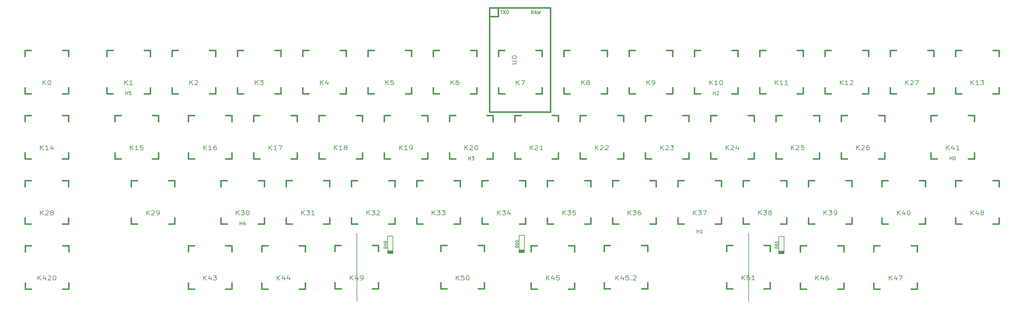
<source format=gto>
G04 #@! TF.GenerationSoftware,KiCad,Pcbnew,(5.0.0)*
G04 #@! TF.CreationDate,2019-08-23T11:13:26-06:00*
G04 #@! TF.ProjectId,CK50,434B35302E6B696361645F7063620000,rev?*
G04 #@! TF.SameCoordinates,Original*
G04 #@! TF.FileFunction,Legend,Top*
G04 #@! TF.FilePolarity,Positive*
%FSLAX46Y46*%
G04 Gerber Fmt 4.6, Leading zero omitted, Abs format (unit mm)*
G04 Created by KiCad (PCBNEW (5.0.0)) date 08/23/19 11:13:26*
%MOMM*%
%LPD*%
G01*
G04 APERTURE LIST*
%ADD10C,0.381000*%
%ADD11C,0.150000*%
%ADD12C,0.203200*%
G04 APERTURE END LIST*
D10*
G04 #@! TO.C,K51*
X385241800Y-163271200D02*
X385241800Y-161493200D01*
X385241800Y-174193200D02*
X385241800Y-172415200D01*
X387019800Y-174193200D02*
X385241800Y-174193200D01*
X397941800Y-174193200D02*
X396163800Y-174193200D01*
X397941800Y-172415200D02*
X397941800Y-174193200D01*
X397941800Y-161493200D02*
X397941800Y-163271200D01*
X396163800Y-161493200D02*
X397941800Y-161493200D01*
X385241800Y-161493200D02*
X387019800Y-161493200D01*
G04 #@! TO.C,K45.2*
X349529400Y-163296600D02*
X349529400Y-161518600D01*
X349529400Y-174218600D02*
X349529400Y-172440600D01*
X351307400Y-174218600D02*
X349529400Y-174218600D01*
X362229400Y-174218600D02*
X360451400Y-174218600D01*
X362229400Y-172440600D02*
X362229400Y-174218600D01*
X362229400Y-161518600D02*
X362229400Y-163296600D01*
X360451400Y-161518600D02*
X362229400Y-161518600D01*
X349529400Y-161518600D02*
X351307400Y-161518600D01*
G04 #@! TO.C,K50*
X301904400Y-163296600D02*
X301904400Y-161518600D01*
X301904400Y-174218600D02*
X301904400Y-172440600D01*
X303682400Y-174218600D02*
X301904400Y-174218600D01*
X314604400Y-174218600D02*
X312826400Y-174218600D01*
X314604400Y-172440600D02*
X314604400Y-174218600D01*
X314604400Y-161518600D02*
X314604400Y-163296600D01*
X312826400Y-161518600D02*
X314604400Y-161518600D01*
X301904400Y-161518600D02*
X303682400Y-161518600D01*
G04 #@! TO.C,K49*
X270967200Y-163296600D02*
X270967200Y-161518600D01*
X270967200Y-174218600D02*
X270967200Y-172440600D01*
X272745200Y-174218600D02*
X270967200Y-174218600D01*
X283667200Y-174218600D02*
X281889200Y-174218600D01*
X283667200Y-172440600D02*
X283667200Y-174218600D01*
X283667200Y-161518600D02*
X283667200Y-163296600D01*
X281889200Y-161518600D02*
X283667200Y-161518600D01*
X270967200Y-161518600D02*
X272745200Y-161518600D01*
G04 #@! TO.C,U0*
X318668400Y-94518480D02*
X316128400Y-94518480D01*
X318668400Y-91978480D02*
X318668400Y-94518480D01*
X333908400Y-122458480D02*
X333908400Y-91978480D01*
X316128400Y-122458480D02*
X333908400Y-122458480D01*
X316128400Y-91978480D02*
X316128400Y-122458480D01*
X333908400Y-91978480D02*
X316128400Y-91978480D01*
G04 #@! TO.C,K41*
X444896496Y-125206016D02*
X444896496Y-123428016D01*
X444896496Y-136128016D02*
X444896496Y-134350016D01*
X446674496Y-136128016D02*
X444896496Y-136128016D01*
X457596496Y-136128016D02*
X455818496Y-136128016D01*
X457596496Y-134350016D02*
X457596496Y-136128016D01*
X457596496Y-123428016D02*
X457596496Y-125206016D01*
X455818496Y-123428016D02*
X457596496Y-123428016D01*
X444896496Y-123428016D02*
X446674496Y-123428016D01*
G04 #@! TO.C,K26*
X418702768Y-125206016D02*
X418702768Y-123428016D01*
X418702768Y-136128016D02*
X418702768Y-134350016D01*
X420480768Y-136128016D02*
X418702768Y-136128016D01*
X431402768Y-136128016D02*
X429624768Y-136128016D01*
X431402768Y-134350016D02*
X431402768Y-136128016D01*
X431402768Y-123428016D02*
X431402768Y-125206016D01*
X429624768Y-123428016D02*
X431402768Y-123428016D01*
X418702768Y-123428016D02*
X420480768Y-123428016D01*
G04 #@! TO.C,K0*
X180578125Y-104378125D02*
X182356125Y-104378125D01*
X191500125Y-104378125D02*
X193278125Y-104378125D01*
X193278125Y-104378125D02*
X193278125Y-106156125D01*
X193278125Y-115300125D02*
X193278125Y-117078125D01*
X193278125Y-117078125D02*
X191500125Y-117078125D01*
X182356125Y-117078125D02*
X180578125Y-117078125D01*
X180578125Y-117078125D02*
X180578125Y-115300125D01*
X180578125Y-106156125D02*
X180578125Y-104378125D01*
G04 #@! TO.C,K1*
X204390448Y-104378032D02*
X206168448Y-104378032D01*
X215312448Y-104378032D02*
X217090448Y-104378032D01*
X217090448Y-104378032D02*
X217090448Y-106156032D01*
X217090448Y-115300032D02*
X217090448Y-117078032D01*
X217090448Y-117078032D02*
X215312448Y-117078032D01*
X206168448Y-117078032D02*
X204390448Y-117078032D01*
X204390448Y-117078032D02*
X204390448Y-115300032D01*
X204390448Y-106156032D02*
X204390448Y-104378032D01*
G04 #@! TO.C,K2*
X223440432Y-104378032D02*
X225218432Y-104378032D01*
X234362432Y-104378032D02*
X236140432Y-104378032D01*
X236140432Y-104378032D02*
X236140432Y-106156032D01*
X236140432Y-115300032D02*
X236140432Y-117078032D01*
X236140432Y-117078032D02*
X234362432Y-117078032D01*
X225218432Y-117078032D02*
X223440432Y-117078032D01*
X223440432Y-117078032D02*
X223440432Y-115300032D01*
X223440432Y-106156032D02*
X223440432Y-104378032D01*
G04 #@! TO.C,K3*
X242490416Y-104378032D02*
X244268416Y-104378032D01*
X253412416Y-104378032D02*
X255190416Y-104378032D01*
X255190416Y-104378032D02*
X255190416Y-106156032D01*
X255190416Y-115300032D02*
X255190416Y-117078032D01*
X255190416Y-117078032D02*
X253412416Y-117078032D01*
X244268416Y-117078032D02*
X242490416Y-117078032D01*
X242490416Y-117078032D02*
X242490416Y-115300032D01*
X242490416Y-106156032D02*
X242490416Y-104378032D01*
G04 #@! TO.C,K4*
X261540400Y-104378032D02*
X263318400Y-104378032D01*
X272462400Y-104378032D02*
X274240400Y-104378032D01*
X274240400Y-104378032D02*
X274240400Y-106156032D01*
X274240400Y-115300032D02*
X274240400Y-117078032D01*
X274240400Y-117078032D02*
X272462400Y-117078032D01*
X263318400Y-117078032D02*
X261540400Y-117078032D01*
X261540400Y-117078032D02*
X261540400Y-115300032D01*
X261540400Y-106156032D02*
X261540400Y-104378032D01*
G04 #@! TO.C,K5*
X280590384Y-106156032D02*
X280590384Y-104378032D01*
X280590384Y-117078032D02*
X280590384Y-115300032D01*
X282368384Y-117078032D02*
X280590384Y-117078032D01*
X293290384Y-117078032D02*
X291512384Y-117078032D01*
X293290384Y-115300032D02*
X293290384Y-117078032D01*
X293290384Y-104378032D02*
X293290384Y-106156032D01*
X291512384Y-104378032D02*
X293290384Y-104378032D01*
X280590384Y-104378032D02*
X282368384Y-104378032D01*
G04 #@! TO.C,K6*
X299640368Y-106156032D02*
X299640368Y-104378032D01*
X299640368Y-117078032D02*
X299640368Y-115300032D01*
X301418368Y-117078032D02*
X299640368Y-117078032D01*
X312340368Y-117078032D02*
X310562368Y-117078032D01*
X312340368Y-115300032D02*
X312340368Y-117078032D01*
X312340368Y-104378032D02*
X312340368Y-106156032D01*
X310562368Y-104378032D02*
X312340368Y-104378032D01*
X299640368Y-104378032D02*
X301418368Y-104378032D01*
G04 #@! TO.C,K7*
X318690352Y-104378032D02*
X320468352Y-104378032D01*
X329612352Y-104378032D02*
X331390352Y-104378032D01*
X331390352Y-104378032D02*
X331390352Y-106156032D01*
X331390352Y-115300032D02*
X331390352Y-117078032D01*
X331390352Y-117078032D02*
X329612352Y-117078032D01*
X320468352Y-117078032D02*
X318690352Y-117078032D01*
X318690352Y-117078032D02*
X318690352Y-115300032D01*
X318690352Y-106156032D02*
X318690352Y-104378032D01*
G04 #@! TO.C,K8*
X337740336Y-106156032D02*
X337740336Y-104378032D01*
X337740336Y-117078032D02*
X337740336Y-115300032D01*
X339518336Y-117078032D02*
X337740336Y-117078032D01*
X350440336Y-117078032D02*
X348662336Y-117078032D01*
X350440336Y-115300032D02*
X350440336Y-117078032D01*
X350440336Y-104378032D02*
X350440336Y-106156032D01*
X348662336Y-104378032D02*
X350440336Y-104378032D01*
X337740336Y-104378032D02*
X339518336Y-104378032D01*
G04 #@! TO.C,K9*
X356790320Y-104378032D02*
X358568320Y-104378032D01*
X367712320Y-104378032D02*
X369490320Y-104378032D01*
X369490320Y-104378032D02*
X369490320Y-106156032D01*
X369490320Y-115300032D02*
X369490320Y-117078032D01*
X369490320Y-117078032D02*
X367712320Y-117078032D01*
X358568320Y-117078032D02*
X356790320Y-117078032D01*
X356790320Y-117078032D02*
X356790320Y-115300032D01*
X356790320Y-106156032D02*
X356790320Y-104378032D01*
G04 #@! TO.C,K10*
X375840304Y-106156032D02*
X375840304Y-104378032D01*
X375840304Y-117078032D02*
X375840304Y-115300032D01*
X377618304Y-117078032D02*
X375840304Y-117078032D01*
X388540304Y-117078032D02*
X386762304Y-117078032D01*
X388540304Y-115300032D02*
X388540304Y-117078032D01*
X388540304Y-104378032D02*
X388540304Y-106156032D01*
X386762304Y-104378032D02*
X388540304Y-104378032D01*
X375840304Y-104378032D02*
X377618304Y-104378032D01*
G04 #@! TO.C,K11*
X394890288Y-104378032D02*
X396668288Y-104378032D01*
X405812288Y-104378032D02*
X407590288Y-104378032D01*
X407590288Y-104378032D02*
X407590288Y-106156032D01*
X407590288Y-115300032D02*
X407590288Y-117078032D01*
X407590288Y-117078032D02*
X405812288Y-117078032D01*
X396668288Y-117078032D02*
X394890288Y-117078032D01*
X394890288Y-117078032D02*
X394890288Y-115300032D01*
X394890288Y-106156032D02*
X394890288Y-104378032D01*
G04 #@! TO.C,K12*
X413940272Y-106156032D02*
X413940272Y-104378032D01*
X413940272Y-117078032D02*
X413940272Y-115300032D01*
X415718272Y-117078032D02*
X413940272Y-117078032D01*
X426640272Y-117078032D02*
X424862272Y-117078032D01*
X426640272Y-115300032D02*
X426640272Y-117078032D01*
X426640272Y-104378032D02*
X426640272Y-106156032D01*
X424862272Y-104378032D02*
X426640272Y-104378032D01*
X413940272Y-104378032D02*
X415718272Y-104378032D01*
G04 #@! TO.C,K13*
X452040240Y-106156032D02*
X452040240Y-104378032D01*
X452040240Y-117078032D02*
X452040240Y-115300032D01*
X453818240Y-117078032D02*
X452040240Y-117078032D01*
X464740240Y-117078032D02*
X462962240Y-117078032D01*
X464740240Y-115300032D02*
X464740240Y-117078032D01*
X464740240Y-104378032D02*
X464740240Y-106156032D01*
X462962240Y-104378032D02*
X464740240Y-104378032D01*
X452040240Y-104378032D02*
X453818240Y-104378032D01*
G04 #@! TO.C,K14*
X180577968Y-125206016D02*
X180577968Y-123428016D01*
X180577968Y-136128016D02*
X180577968Y-134350016D01*
X182355968Y-136128016D02*
X180577968Y-136128016D01*
X193277968Y-136128016D02*
X191499968Y-136128016D01*
X193277968Y-134350016D02*
X193277968Y-136128016D01*
X193277968Y-123428016D02*
X193277968Y-125206016D01*
X191499968Y-123428016D02*
X193277968Y-123428016D01*
X180577968Y-123428016D02*
X182355968Y-123428016D01*
G04 #@! TO.C,K15*
X206771696Y-123428016D02*
X208549696Y-123428016D01*
X217693696Y-123428016D02*
X219471696Y-123428016D01*
X219471696Y-123428016D02*
X219471696Y-125206016D01*
X219471696Y-134350016D02*
X219471696Y-136128016D01*
X219471696Y-136128016D02*
X217693696Y-136128016D01*
X208549696Y-136128016D02*
X206771696Y-136128016D01*
X206771696Y-136128016D02*
X206771696Y-134350016D01*
X206771696Y-125206016D02*
X206771696Y-123428016D01*
G04 #@! TO.C,K16*
X228202928Y-125206016D02*
X228202928Y-123428016D01*
X228202928Y-136128016D02*
X228202928Y-134350016D01*
X229980928Y-136128016D02*
X228202928Y-136128016D01*
X240902928Y-136128016D02*
X239124928Y-136128016D01*
X240902928Y-134350016D02*
X240902928Y-136128016D01*
X240902928Y-123428016D02*
X240902928Y-125206016D01*
X239124928Y-123428016D02*
X240902928Y-123428016D01*
X228202928Y-123428016D02*
X229980928Y-123428016D01*
G04 #@! TO.C,K17*
X247252912Y-123428016D02*
X249030912Y-123428016D01*
X258174912Y-123428016D02*
X259952912Y-123428016D01*
X259952912Y-123428016D02*
X259952912Y-125206016D01*
X259952912Y-134350016D02*
X259952912Y-136128016D01*
X259952912Y-136128016D02*
X258174912Y-136128016D01*
X249030912Y-136128016D02*
X247252912Y-136128016D01*
X247252912Y-136128016D02*
X247252912Y-134350016D01*
X247252912Y-125206016D02*
X247252912Y-123428016D01*
G04 #@! TO.C,K18*
X266302896Y-123428016D02*
X268080896Y-123428016D01*
X277224896Y-123428016D02*
X279002896Y-123428016D01*
X279002896Y-123428016D02*
X279002896Y-125206016D01*
X279002896Y-134350016D02*
X279002896Y-136128016D01*
X279002896Y-136128016D02*
X277224896Y-136128016D01*
X268080896Y-136128016D02*
X266302896Y-136128016D01*
X266302896Y-136128016D02*
X266302896Y-134350016D01*
X266302896Y-125206016D02*
X266302896Y-123428016D01*
G04 #@! TO.C,K19*
X285352880Y-123428016D02*
X287130880Y-123428016D01*
X296274880Y-123428016D02*
X298052880Y-123428016D01*
X298052880Y-123428016D02*
X298052880Y-125206016D01*
X298052880Y-134350016D02*
X298052880Y-136128016D01*
X298052880Y-136128016D02*
X296274880Y-136128016D01*
X287130880Y-136128016D02*
X285352880Y-136128016D01*
X285352880Y-136128016D02*
X285352880Y-134350016D01*
X285352880Y-125206016D02*
X285352880Y-123428016D01*
G04 #@! TO.C,K20*
X304402864Y-125206016D02*
X304402864Y-123428016D01*
X304402864Y-136128016D02*
X304402864Y-134350016D01*
X306180864Y-136128016D02*
X304402864Y-136128016D01*
X317102864Y-136128016D02*
X315324864Y-136128016D01*
X317102864Y-134350016D02*
X317102864Y-136128016D01*
X317102864Y-123428016D02*
X317102864Y-125206016D01*
X315324864Y-123428016D02*
X317102864Y-123428016D01*
X304402864Y-123428016D02*
X306180864Y-123428016D01*
G04 #@! TO.C,K21*
X323452848Y-123428016D02*
X325230848Y-123428016D01*
X334374848Y-123428016D02*
X336152848Y-123428016D01*
X336152848Y-123428016D02*
X336152848Y-125206016D01*
X336152848Y-134350016D02*
X336152848Y-136128016D01*
X336152848Y-136128016D02*
X334374848Y-136128016D01*
X325230848Y-136128016D02*
X323452848Y-136128016D01*
X323452848Y-136128016D02*
X323452848Y-134350016D01*
X323452848Y-125206016D02*
X323452848Y-123428016D01*
G04 #@! TO.C,K22*
X342502832Y-125206016D02*
X342502832Y-123428016D01*
X342502832Y-136128016D02*
X342502832Y-134350016D01*
X344280832Y-136128016D02*
X342502832Y-136128016D01*
X355202832Y-136128016D02*
X353424832Y-136128016D01*
X355202832Y-134350016D02*
X355202832Y-136128016D01*
X355202832Y-123428016D02*
X355202832Y-125206016D01*
X353424832Y-123428016D02*
X355202832Y-123428016D01*
X342502832Y-123428016D02*
X344280832Y-123428016D01*
G04 #@! TO.C,K23*
X361552816Y-125206016D02*
X361552816Y-123428016D01*
X361552816Y-136128016D02*
X361552816Y-134350016D01*
X363330816Y-136128016D02*
X361552816Y-136128016D01*
X374252816Y-136128016D02*
X372474816Y-136128016D01*
X374252816Y-134350016D02*
X374252816Y-136128016D01*
X374252816Y-123428016D02*
X374252816Y-125206016D01*
X372474816Y-123428016D02*
X374252816Y-123428016D01*
X361552816Y-123428016D02*
X363330816Y-123428016D01*
G04 #@! TO.C,K24*
X380602800Y-123428016D02*
X382380800Y-123428016D01*
X391524800Y-123428016D02*
X393302800Y-123428016D01*
X393302800Y-123428016D02*
X393302800Y-125206016D01*
X393302800Y-134350016D02*
X393302800Y-136128016D01*
X393302800Y-136128016D02*
X391524800Y-136128016D01*
X382380800Y-136128016D02*
X380602800Y-136128016D01*
X380602800Y-136128016D02*
X380602800Y-134350016D01*
X380602800Y-125206016D02*
X380602800Y-123428016D01*
G04 #@! TO.C,K25*
X399652784Y-125206016D02*
X399652784Y-123428016D01*
X399652784Y-136128016D02*
X399652784Y-134350016D01*
X401430784Y-136128016D02*
X399652784Y-136128016D01*
X412352784Y-136128016D02*
X410574784Y-136128016D01*
X412352784Y-134350016D02*
X412352784Y-136128016D01*
X412352784Y-123428016D02*
X412352784Y-125206016D01*
X410574784Y-123428016D02*
X412352784Y-123428016D01*
X399652784Y-123428016D02*
X401430784Y-123428016D01*
G04 #@! TO.C,K27*
X432990256Y-104378032D02*
X434768256Y-104378032D01*
X443912256Y-104378032D02*
X445690256Y-104378032D01*
X445690256Y-104378032D02*
X445690256Y-106156032D01*
X445690256Y-115300032D02*
X445690256Y-117078032D01*
X445690256Y-117078032D02*
X443912256Y-117078032D01*
X434768256Y-117078032D02*
X432990256Y-117078032D01*
X432990256Y-117078032D02*
X432990256Y-115300032D01*
X432990256Y-106156032D02*
X432990256Y-104378032D01*
G04 #@! TO.C,K28*
X180577968Y-142478000D02*
X182355968Y-142478000D01*
X191499968Y-142478000D02*
X193277968Y-142478000D01*
X193277968Y-142478000D02*
X193277968Y-144256000D01*
X193277968Y-153400000D02*
X193277968Y-155178000D01*
X193277968Y-155178000D02*
X191499968Y-155178000D01*
X182355968Y-155178000D02*
X180577968Y-155178000D01*
X180577968Y-155178000D02*
X180577968Y-153400000D01*
X180577968Y-144256000D02*
X180577968Y-142478000D01*
G04 #@! TO.C,K29*
X211534192Y-144256000D02*
X211534192Y-142478000D01*
X211534192Y-155178000D02*
X211534192Y-153400000D01*
X213312192Y-155178000D02*
X211534192Y-155178000D01*
X224234192Y-155178000D02*
X222456192Y-155178000D01*
X224234192Y-153400000D02*
X224234192Y-155178000D01*
X224234192Y-142478000D02*
X224234192Y-144256000D01*
X222456192Y-142478000D02*
X224234192Y-142478000D01*
X211534192Y-142478000D02*
X213312192Y-142478000D01*
G04 #@! TO.C,K30*
X237727920Y-142478000D02*
X239505920Y-142478000D01*
X248649920Y-142478000D02*
X250427920Y-142478000D01*
X250427920Y-142478000D02*
X250427920Y-144256000D01*
X250427920Y-153400000D02*
X250427920Y-155178000D01*
X250427920Y-155178000D02*
X248649920Y-155178000D01*
X239505920Y-155178000D02*
X237727920Y-155178000D01*
X237727920Y-155178000D02*
X237727920Y-153400000D01*
X237727920Y-144256000D02*
X237727920Y-142478000D01*
G04 #@! TO.C,K31*
X256777904Y-144256000D02*
X256777904Y-142478000D01*
X256777904Y-155178000D02*
X256777904Y-153400000D01*
X258555904Y-155178000D02*
X256777904Y-155178000D01*
X269477904Y-155178000D02*
X267699904Y-155178000D01*
X269477904Y-153400000D02*
X269477904Y-155178000D01*
X269477904Y-142478000D02*
X269477904Y-144256000D01*
X267699904Y-142478000D02*
X269477904Y-142478000D01*
X256777904Y-142478000D02*
X258555904Y-142478000D01*
G04 #@! TO.C,K32*
X275827888Y-144256000D02*
X275827888Y-142478000D01*
X275827888Y-155178000D02*
X275827888Y-153400000D01*
X277605888Y-155178000D02*
X275827888Y-155178000D01*
X288527888Y-155178000D02*
X286749888Y-155178000D01*
X288527888Y-153400000D02*
X288527888Y-155178000D01*
X288527888Y-142478000D02*
X288527888Y-144256000D01*
X286749888Y-142478000D02*
X288527888Y-142478000D01*
X275827888Y-142478000D02*
X277605888Y-142478000D01*
G04 #@! TO.C,K33*
X294877872Y-144256000D02*
X294877872Y-142478000D01*
X294877872Y-155178000D02*
X294877872Y-153400000D01*
X296655872Y-155178000D02*
X294877872Y-155178000D01*
X307577872Y-155178000D02*
X305799872Y-155178000D01*
X307577872Y-153400000D02*
X307577872Y-155178000D01*
X307577872Y-142478000D02*
X307577872Y-144256000D01*
X305799872Y-142478000D02*
X307577872Y-142478000D01*
X294877872Y-142478000D02*
X296655872Y-142478000D01*
G04 #@! TO.C,K34*
X313927856Y-144256000D02*
X313927856Y-142478000D01*
X313927856Y-155178000D02*
X313927856Y-153400000D01*
X315705856Y-155178000D02*
X313927856Y-155178000D01*
X326627856Y-155178000D02*
X324849856Y-155178000D01*
X326627856Y-153400000D02*
X326627856Y-155178000D01*
X326627856Y-142478000D02*
X326627856Y-144256000D01*
X324849856Y-142478000D02*
X326627856Y-142478000D01*
X313927856Y-142478000D02*
X315705856Y-142478000D01*
G04 #@! TO.C,K35*
X332977840Y-142478000D02*
X334755840Y-142478000D01*
X343899840Y-142478000D02*
X345677840Y-142478000D01*
X345677840Y-142478000D02*
X345677840Y-144256000D01*
X345677840Y-153400000D02*
X345677840Y-155178000D01*
X345677840Y-155178000D02*
X343899840Y-155178000D01*
X334755840Y-155178000D02*
X332977840Y-155178000D01*
X332977840Y-155178000D02*
X332977840Y-153400000D01*
X332977840Y-144256000D02*
X332977840Y-142478000D01*
G04 #@! TO.C,K36*
X352027824Y-142478000D02*
X353805824Y-142478000D01*
X362949824Y-142478000D02*
X364727824Y-142478000D01*
X364727824Y-142478000D02*
X364727824Y-144256000D01*
X364727824Y-153400000D02*
X364727824Y-155178000D01*
X364727824Y-155178000D02*
X362949824Y-155178000D01*
X353805824Y-155178000D02*
X352027824Y-155178000D01*
X352027824Y-155178000D02*
X352027824Y-153400000D01*
X352027824Y-144256000D02*
X352027824Y-142478000D01*
G04 #@! TO.C,K37*
X371077808Y-144256000D02*
X371077808Y-142478000D01*
X371077808Y-155178000D02*
X371077808Y-153400000D01*
X372855808Y-155178000D02*
X371077808Y-155178000D01*
X383777808Y-155178000D02*
X381999808Y-155178000D01*
X383777808Y-153400000D02*
X383777808Y-155178000D01*
X383777808Y-142478000D02*
X383777808Y-144256000D01*
X381999808Y-142478000D02*
X383777808Y-142478000D01*
X371077808Y-142478000D02*
X372855808Y-142478000D01*
G04 #@! TO.C,K38*
X390127792Y-142478000D02*
X391905792Y-142478000D01*
X401049792Y-142478000D02*
X402827792Y-142478000D01*
X402827792Y-142478000D02*
X402827792Y-144256000D01*
X402827792Y-153400000D02*
X402827792Y-155178000D01*
X402827792Y-155178000D02*
X401049792Y-155178000D01*
X391905792Y-155178000D02*
X390127792Y-155178000D01*
X390127792Y-155178000D02*
X390127792Y-153400000D01*
X390127792Y-144256000D02*
X390127792Y-142478000D01*
G04 #@! TO.C,K39*
X409177776Y-144256000D02*
X409177776Y-142478000D01*
X409177776Y-155178000D02*
X409177776Y-153400000D01*
X410955776Y-155178000D02*
X409177776Y-155178000D01*
X421877776Y-155178000D02*
X420099776Y-155178000D01*
X421877776Y-153400000D02*
X421877776Y-155178000D01*
X421877776Y-142478000D02*
X421877776Y-144256000D01*
X420099776Y-142478000D02*
X421877776Y-142478000D01*
X409177776Y-142478000D02*
X410955776Y-142478000D01*
G04 #@! TO.C,K40*
X430609008Y-144256000D02*
X430609008Y-142478000D01*
X430609008Y-155178000D02*
X430609008Y-153400000D01*
X432387008Y-155178000D02*
X430609008Y-155178000D01*
X443309008Y-155178000D02*
X441531008Y-155178000D01*
X443309008Y-153400000D02*
X443309008Y-155178000D01*
X443309008Y-142478000D02*
X443309008Y-144256000D01*
X441531008Y-142478000D02*
X443309008Y-142478000D01*
X430609008Y-142478000D02*
X432387008Y-142478000D01*
G04 #@! TO.C,K43*
X228202928Y-163305984D02*
X228202928Y-161527984D01*
X228202928Y-174227984D02*
X228202928Y-172449984D01*
X229980928Y-174227984D02*
X228202928Y-174227984D01*
X240902928Y-174227984D02*
X239124928Y-174227984D01*
X240902928Y-172449984D02*
X240902928Y-174227984D01*
X240902928Y-161527984D02*
X240902928Y-163305984D01*
X239124928Y-161527984D02*
X240902928Y-161527984D01*
X228202928Y-161527984D02*
X229980928Y-161527984D01*
G04 #@! TO.C,K44*
X249614312Y-163305984D02*
X249614312Y-161527984D01*
X249614312Y-174227984D02*
X249614312Y-172449984D01*
X251392312Y-174227984D02*
X249614312Y-174227984D01*
X262314312Y-174227984D02*
X260536312Y-174227984D01*
X262314312Y-172449984D02*
X262314312Y-174227984D01*
X262314312Y-161527984D02*
X262314312Y-163305984D01*
X260536312Y-161527984D02*
X262314312Y-161527984D01*
X249614312Y-161527984D02*
X251392312Y-161527984D01*
D11*
G04 #@! TO.C,K45*
X277415344Y-157877984D02*
X277415344Y-177877984D01*
X391715344Y-157877984D02*
X391715344Y-177877984D01*
D10*
X328215344Y-161527984D02*
X329993344Y-161527984D01*
X339137344Y-161527984D02*
X340915344Y-161527984D01*
X340915344Y-161527984D02*
X340915344Y-163305984D01*
X340915344Y-172449984D02*
X340915344Y-174227984D01*
X340915344Y-174227984D02*
X339137344Y-174227984D01*
X329993344Y-174227984D02*
X328215344Y-174227984D01*
X328215344Y-174227984D02*
X328215344Y-172449984D01*
X328215344Y-163305984D02*
X328215344Y-161527984D01*
G04 #@! TO.C,K46*
X406796528Y-161527984D02*
X408574528Y-161527984D01*
X417718528Y-161527984D02*
X419496528Y-161527984D01*
X419496528Y-161527984D02*
X419496528Y-163305984D01*
X419496528Y-172449984D02*
X419496528Y-174227984D01*
X419496528Y-174227984D02*
X417718528Y-174227984D01*
X408574528Y-174227984D02*
X406796528Y-174227984D01*
X406796528Y-174227984D02*
X406796528Y-172449984D01*
X406796528Y-163305984D02*
X406796528Y-161527984D01*
G04 #@! TO.C,K47*
X428227760Y-163305984D02*
X428227760Y-161527984D01*
X428227760Y-174227984D02*
X428227760Y-172449984D01*
X430005760Y-174227984D02*
X428227760Y-174227984D01*
X440927760Y-174227984D02*
X439149760Y-174227984D01*
X440927760Y-172449984D02*
X440927760Y-174227984D01*
X440927760Y-161527984D02*
X440927760Y-163305984D01*
X439149760Y-161527984D02*
X440927760Y-161527984D01*
X428227760Y-161527984D02*
X430005760Y-161527984D01*
G04 #@! TO.C,K48*
X452040240Y-142478000D02*
X453818240Y-142478000D01*
X462962240Y-142478000D02*
X464740240Y-142478000D01*
X464740240Y-142478000D02*
X464740240Y-144256000D01*
X464740240Y-153400000D02*
X464740240Y-155178000D01*
X464740240Y-155178000D02*
X462962240Y-155178000D01*
X453818240Y-155178000D02*
X452040240Y-155178000D01*
X452040240Y-155178000D02*
X452040240Y-153400000D01*
X452040240Y-144256000D02*
X452040240Y-142478000D01*
G04 #@! TO.C,K420*
X180597816Y-163305984D02*
X180597816Y-161527984D01*
X180597816Y-174227984D02*
X180597816Y-172449984D01*
X182375816Y-174227984D02*
X180597816Y-174227984D01*
X193297816Y-174227984D02*
X191519816Y-174227984D01*
X193297816Y-172449984D02*
X193297816Y-174227984D01*
X193297816Y-161527984D02*
X193297816Y-163305984D01*
X191519816Y-161527984D02*
X193297816Y-161527984D01*
X180597816Y-161527984D02*
X182375816Y-161527984D01*
D11*
G04 #@! TO.C,D49*
X286385000Y-163118800D02*
X287909000Y-163118800D01*
X286385000Y-163245800D02*
X287909000Y-163245800D01*
X287909000Y-163372800D02*
X286385000Y-163372800D01*
X286385000Y-163753800D02*
X287909000Y-163753800D01*
X287909000Y-163626800D02*
X286385000Y-163626800D01*
X286385000Y-163499800D02*
X287909000Y-163499800D01*
X286385000Y-158800800D02*
X286385000Y-159308800D01*
X287909000Y-158800800D02*
X286385000Y-158800800D01*
X287909000Y-163880800D02*
X287909000Y-158800800D01*
X286385000Y-163880800D02*
X287909000Y-163880800D01*
X286385000Y-158800800D02*
X286385000Y-163880800D01*
G04 #@! TO.C,D50*
X324739000Y-158546800D02*
X324739000Y-163626800D01*
X324739000Y-163626800D02*
X326263000Y-163626800D01*
X326263000Y-163626800D02*
X326263000Y-158546800D01*
X326263000Y-158546800D02*
X324739000Y-158546800D01*
X324739000Y-158546800D02*
X324739000Y-159054800D01*
X324739000Y-163245800D02*
X326263000Y-163245800D01*
X326263000Y-163372800D02*
X324739000Y-163372800D01*
X324739000Y-163499800D02*
X326263000Y-163499800D01*
X326263000Y-163118800D02*
X324739000Y-163118800D01*
X324739000Y-162991800D02*
X326263000Y-162991800D01*
X324739000Y-162864800D02*
X326263000Y-162864800D01*
G04 #@! TO.C,D51*
X400532600Y-163144200D02*
X402056600Y-163144200D01*
X400532600Y-163271200D02*
X402056600Y-163271200D01*
X402056600Y-163398200D02*
X400532600Y-163398200D01*
X400532600Y-163779200D02*
X402056600Y-163779200D01*
X402056600Y-163652200D02*
X400532600Y-163652200D01*
X400532600Y-163525200D02*
X402056600Y-163525200D01*
X400532600Y-158826200D02*
X400532600Y-159334200D01*
X402056600Y-158826200D02*
X400532600Y-158826200D01*
X402056600Y-163906200D02*
X402056600Y-158826200D01*
X400532600Y-163906200D02*
X402056600Y-163906200D01*
X400532600Y-158826200D02*
X400532600Y-163906200D01*
G04 #@! TO.C,K51*
D12*
X389741228Y-171592723D02*
X389741228Y-170322723D01*
X390612085Y-171592723D02*
X389958942Y-170867009D01*
X390612085Y-170322723D02*
X389741228Y-171048438D01*
X391990942Y-170322723D02*
X391265228Y-170322723D01*
X391192657Y-170927485D01*
X391265228Y-170867009D01*
X391410371Y-170806533D01*
X391773228Y-170806533D01*
X391918371Y-170867009D01*
X391990942Y-170927485D01*
X392063514Y-171048438D01*
X392063514Y-171350819D01*
X391990942Y-171471771D01*
X391918371Y-171532247D01*
X391773228Y-171592723D01*
X391410371Y-171592723D01*
X391265228Y-171532247D01*
X391192657Y-171471771D01*
X393514942Y-171592723D02*
X392644085Y-171592723D01*
X393079514Y-171592723D02*
X393079514Y-170322723D01*
X392934371Y-170504152D01*
X392789228Y-170625104D01*
X392644085Y-170685580D01*
G04 #@! TO.C,K45.2*
X352940257Y-171618123D02*
X352940257Y-170348123D01*
X353811114Y-171618123D02*
X353157971Y-170892409D01*
X353811114Y-170348123D02*
X352940257Y-171073838D01*
X355117400Y-170771457D02*
X355117400Y-171618123D01*
X354754542Y-170287647D02*
X354391685Y-171194790D01*
X355335114Y-171194790D01*
X356641400Y-170348123D02*
X355915685Y-170348123D01*
X355843114Y-170952885D01*
X355915685Y-170892409D01*
X356060828Y-170831933D01*
X356423685Y-170831933D01*
X356568828Y-170892409D01*
X356641400Y-170952885D01*
X356713971Y-171073838D01*
X356713971Y-171376219D01*
X356641400Y-171497171D01*
X356568828Y-171557647D01*
X356423685Y-171618123D01*
X356060828Y-171618123D01*
X355915685Y-171557647D01*
X355843114Y-171497171D01*
X357367114Y-171497171D02*
X357439685Y-171557647D01*
X357367114Y-171618123D01*
X357294542Y-171557647D01*
X357367114Y-171497171D01*
X357367114Y-171618123D01*
X358020257Y-170469076D02*
X358092828Y-170408600D01*
X358237971Y-170348123D01*
X358600828Y-170348123D01*
X358745971Y-170408600D01*
X358818542Y-170469076D01*
X358891114Y-170590028D01*
X358891114Y-170710980D01*
X358818542Y-170892409D01*
X357947685Y-171618123D01*
X358891114Y-171618123D01*
G04 #@! TO.C,K50*
X306403828Y-171618123D02*
X306403828Y-170348123D01*
X307274685Y-171618123D02*
X306621542Y-170892409D01*
X307274685Y-170348123D02*
X306403828Y-171073838D01*
X308653542Y-170348123D02*
X307927828Y-170348123D01*
X307855257Y-170952885D01*
X307927828Y-170892409D01*
X308072971Y-170831933D01*
X308435828Y-170831933D01*
X308580971Y-170892409D01*
X308653542Y-170952885D01*
X308726114Y-171073838D01*
X308726114Y-171376219D01*
X308653542Y-171497171D01*
X308580971Y-171557647D01*
X308435828Y-171618123D01*
X308072971Y-171618123D01*
X307927828Y-171557647D01*
X307855257Y-171497171D01*
X309669542Y-170348123D02*
X309814685Y-170348123D01*
X309959828Y-170408600D01*
X310032400Y-170469076D01*
X310104971Y-170590028D01*
X310177542Y-170831933D01*
X310177542Y-171134314D01*
X310104971Y-171376219D01*
X310032400Y-171497171D01*
X309959828Y-171557647D01*
X309814685Y-171618123D01*
X309669542Y-171618123D01*
X309524400Y-171557647D01*
X309451828Y-171497171D01*
X309379257Y-171376219D01*
X309306685Y-171134314D01*
X309306685Y-170831933D01*
X309379257Y-170590028D01*
X309451828Y-170469076D01*
X309524400Y-170408600D01*
X309669542Y-170348123D01*
G04 #@! TO.C,K49*
X275466628Y-171618123D02*
X275466628Y-170348123D01*
X276337485Y-171618123D02*
X275684342Y-170892409D01*
X276337485Y-170348123D02*
X275466628Y-171073838D01*
X277643771Y-170771457D02*
X277643771Y-171618123D01*
X277280914Y-170287647D02*
X276918057Y-171194790D01*
X277861485Y-171194790D01*
X278514628Y-171618123D02*
X278804914Y-171618123D01*
X278950057Y-171557647D01*
X279022628Y-171497171D01*
X279167771Y-171315742D01*
X279240342Y-171073838D01*
X279240342Y-170590028D01*
X279167771Y-170469076D01*
X279095200Y-170408600D01*
X278950057Y-170348123D01*
X278659771Y-170348123D01*
X278514628Y-170408600D01*
X278442057Y-170469076D01*
X278369485Y-170590028D01*
X278369485Y-170892409D01*
X278442057Y-171013361D01*
X278514628Y-171073838D01*
X278659771Y-171134314D01*
X278950057Y-171134314D01*
X279095200Y-171073838D01*
X279167771Y-171013361D01*
X279240342Y-170892409D01*
G04 #@! TO.C,U0*
X322697923Y-108379622D02*
X323726019Y-108379622D01*
X323846971Y-108307051D01*
X323907447Y-108234480D01*
X323967923Y-108089337D01*
X323967923Y-107799051D01*
X323907447Y-107653908D01*
X323846971Y-107581337D01*
X323726019Y-107508765D01*
X322697923Y-107508765D01*
X322697923Y-106492765D02*
X322697923Y-106347622D01*
X322758400Y-106202480D01*
X322818876Y-106129908D01*
X322939828Y-106057337D01*
X323181733Y-105984765D01*
X323484114Y-105984765D01*
X323726019Y-106057337D01*
X323846971Y-106129908D01*
X323907447Y-106202480D01*
X323967923Y-106347622D01*
X323967923Y-106492765D01*
X323907447Y-106637908D01*
X323846971Y-106710480D01*
X323726019Y-106783051D01*
X323484114Y-106855622D01*
X323181733Y-106855622D01*
X322939828Y-106783051D01*
X322818876Y-106710480D01*
X322758400Y-106637908D01*
X322697923Y-106492765D01*
D11*
X319280304Y-92770860D02*
X319851733Y-92770860D01*
X319566019Y-93770860D02*
X319566019Y-92770860D01*
X320089828Y-92770860D02*
X320756495Y-93770860D01*
X320756495Y-92770860D02*
X320089828Y-93770860D01*
X321327923Y-92770860D02*
X321423161Y-92770860D01*
X321518400Y-92818480D01*
X321566019Y-92866099D01*
X321613638Y-92961337D01*
X321661257Y-93151813D01*
X321661257Y-93389908D01*
X321613638Y-93580384D01*
X321566019Y-93675622D01*
X321518400Y-93723241D01*
X321423161Y-93770860D01*
X321327923Y-93770860D01*
X321232685Y-93723241D01*
X321185066Y-93675622D01*
X321137447Y-93580384D01*
X321089828Y-93389908D01*
X321089828Y-93151813D01*
X321137447Y-92961337D01*
X321185066Y-92866099D01*
X321232685Y-92818480D01*
X321327923Y-92770860D01*
X328927923Y-93770860D02*
X328594590Y-93294670D01*
X328356495Y-93770860D02*
X328356495Y-92770860D01*
X328737447Y-92770860D01*
X328832685Y-92818480D01*
X328880304Y-92866099D01*
X328927923Y-92961337D01*
X328927923Y-93104194D01*
X328880304Y-93199432D01*
X328832685Y-93247051D01*
X328737447Y-93294670D01*
X328356495Y-93294670D01*
X329308876Y-93485146D02*
X329785066Y-93485146D01*
X329213638Y-93770860D02*
X329546971Y-92770860D01*
X329880304Y-93770860D01*
X330118400Y-92770860D02*
X330356495Y-93770860D01*
X330546971Y-93056575D01*
X330737447Y-93770860D01*
X330975542Y-92770860D01*
G04 #@! TO.C,K41*
D12*
X449395924Y-133527539D02*
X449395924Y-132257539D01*
X450266781Y-133527539D02*
X449613638Y-132801825D01*
X450266781Y-132257539D02*
X449395924Y-132983254D01*
X451573067Y-132680873D02*
X451573067Y-133527539D01*
X451210210Y-132197063D02*
X450847353Y-133104206D01*
X451790781Y-133104206D01*
X453169638Y-133527539D02*
X452298781Y-133527539D01*
X452734210Y-133527539D02*
X452734210Y-132257539D01*
X452589067Y-132438968D01*
X452443924Y-132559920D01*
X452298781Y-132620396D01*
G04 #@! TO.C,K26*
X423202196Y-133527539D02*
X423202196Y-132257539D01*
X424073053Y-133527539D02*
X423419910Y-132801825D01*
X424073053Y-132257539D02*
X423202196Y-132983254D01*
X424653625Y-132378492D02*
X424726196Y-132318016D01*
X424871339Y-132257539D01*
X425234196Y-132257539D01*
X425379339Y-132318016D01*
X425451910Y-132378492D01*
X425524482Y-132499444D01*
X425524482Y-132620396D01*
X425451910Y-132801825D01*
X424581053Y-133527539D01*
X425524482Y-133527539D01*
X426830768Y-132257539D02*
X426540482Y-132257539D01*
X426395339Y-132318016D01*
X426322768Y-132378492D01*
X426177625Y-132559920D01*
X426105053Y-132801825D01*
X426105053Y-133285635D01*
X426177625Y-133406587D01*
X426250196Y-133467063D01*
X426395339Y-133527539D01*
X426685625Y-133527539D01*
X426830768Y-133467063D01*
X426903339Y-133406587D01*
X426975910Y-133285635D01*
X426975910Y-132983254D01*
X426903339Y-132862301D01*
X426830768Y-132801825D01*
X426685625Y-132741349D01*
X426395339Y-132741349D01*
X426250196Y-132801825D01*
X426177625Y-132862301D01*
X426105053Y-132983254D01*
G04 #@! TO.C,K0*
X185803267Y-114477648D02*
X185803267Y-113207648D01*
X186674125Y-114477648D02*
X186020982Y-113751934D01*
X186674125Y-113207648D02*
X185803267Y-113933363D01*
X187617553Y-113207648D02*
X187762696Y-113207648D01*
X187907839Y-113268125D01*
X187980410Y-113328601D01*
X188052982Y-113449553D01*
X188125553Y-113691458D01*
X188125553Y-113993839D01*
X188052982Y-114235744D01*
X187980410Y-114356696D01*
X187907839Y-114417172D01*
X187762696Y-114477648D01*
X187617553Y-114477648D01*
X187472410Y-114417172D01*
X187399839Y-114356696D01*
X187327267Y-114235744D01*
X187254696Y-113993839D01*
X187254696Y-113691458D01*
X187327267Y-113449553D01*
X187399839Y-113328601D01*
X187472410Y-113268125D01*
X187617553Y-113207648D01*
G04 #@! TO.C,K1*
X209615590Y-114477555D02*
X209615590Y-113207555D01*
X210486448Y-114477555D02*
X209833305Y-113751841D01*
X210486448Y-113207555D02*
X209615590Y-113933270D01*
X211937876Y-114477555D02*
X211067019Y-114477555D01*
X211502448Y-114477555D02*
X211502448Y-113207555D01*
X211357305Y-113388984D01*
X211212162Y-113509936D01*
X211067019Y-113570412D01*
G04 #@! TO.C,K2*
X228665574Y-114477555D02*
X228665574Y-113207555D01*
X229536432Y-114477555D02*
X228883289Y-113751841D01*
X229536432Y-113207555D02*
X228665574Y-113933270D01*
X230117003Y-113328508D02*
X230189574Y-113268032D01*
X230334717Y-113207555D01*
X230697574Y-113207555D01*
X230842717Y-113268032D01*
X230915289Y-113328508D01*
X230987860Y-113449460D01*
X230987860Y-113570412D01*
X230915289Y-113751841D01*
X230044432Y-114477555D01*
X230987860Y-114477555D01*
G04 #@! TO.C,K3*
X247715558Y-114477555D02*
X247715558Y-113207555D01*
X248586416Y-114477555D02*
X247933273Y-113751841D01*
X248586416Y-113207555D02*
X247715558Y-113933270D01*
X249094416Y-113207555D02*
X250037844Y-113207555D01*
X249529844Y-113691365D01*
X249747558Y-113691365D01*
X249892701Y-113751841D01*
X249965273Y-113812317D01*
X250037844Y-113933270D01*
X250037844Y-114235651D01*
X249965273Y-114356603D01*
X249892701Y-114417079D01*
X249747558Y-114477555D01*
X249312130Y-114477555D01*
X249166987Y-114417079D01*
X249094416Y-114356603D01*
G04 #@! TO.C,K4*
X266765542Y-114477555D02*
X266765542Y-113207555D01*
X267636400Y-114477555D02*
X266983257Y-113751841D01*
X267636400Y-113207555D02*
X266765542Y-113933270D01*
X268942685Y-113630889D02*
X268942685Y-114477555D01*
X268579828Y-113147079D02*
X268216971Y-114054222D01*
X269160400Y-114054222D01*
G04 #@! TO.C,K5*
X285815526Y-114477555D02*
X285815526Y-113207555D01*
X286686384Y-114477555D02*
X286033241Y-113751841D01*
X286686384Y-113207555D02*
X285815526Y-113933270D01*
X288065241Y-113207555D02*
X287339526Y-113207555D01*
X287266955Y-113812317D01*
X287339526Y-113751841D01*
X287484669Y-113691365D01*
X287847526Y-113691365D01*
X287992669Y-113751841D01*
X288065241Y-113812317D01*
X288137812Y-113933270D01*
X288137812Y-114235651D01*
X288065241Y-114356603D01*
X287992669Y-114417079D01*
X287847526Y-114477555D01*
X287484669Y-114477555D01*
X287339526Y-114417079D01*
X287266955Y-114356603D01*
G04 #@! TO.C,K6*
X304865510Y-114477555D02*
X304865510Y-113207555D01*
X305736368Y-114477555D02*
X305083225Y-113751841D01*
X305736368Y-113207555D02*
X304865510Y-113933270D01*
X307042653Y-113207555D02*
X306752368Y-113207555D01*
X306607225Y-113268032D01*
X306534653Y-113328508D01*
X306389510Y-113509936D01*
X306316939Y-113751841D01*
X306316939Y-114235651D01*
X306389510Y-114356603D01*
X306462082Y-114417079D01*
X306607225Y-114477555D01*
X306897510Y-114477555D01*
X307042653Y-114417079D01*
X307115225Y-114356603D01*
X307187796Y-114235651D01*
X307187796Y-113933270D01*
X307115225Y-113812317D01*
X307042653Y-113751841D01*
X306897510Y-113691365D01*
X306607225Y-113691365D01*
X306462082Y-113751841D01*
X306389510Y-113812317D01*
X306316939Y-113933270D01*
G04 #@! TO.C,K7*
X323915494Y-114477555D02*
X323915494Y-113207555D01*
X324786352Y-114477555D02*
X324133209Y-113751841D01*
X324786352Y-113207555D02*
X323915494Y-113933270D01*
X325294352Y-113207555D02*
X326310352Y-113207555D01*
X325657209Y-114477555D01*
G04 #@! TO.C,K8*
X342965478Y-114477555D02*
X342965478Y-113207555D01*
X343836336Y-114477555D02*
X343183193Y-113751841D01*
X343836336Y-113207555D02*
X342965478Y-113933270D01*
X344707193Y-113751841D02*
X344562050Y-113691365D01*
X344489478Y-113630889D01*
X344416907Y-113509936D01*
X344416907Y-113449460D01*
X344489478Y-113328508D01*
X344562050Y-113268032D01*
X344707193Y-113207555D01*
X344997478Y-113207555D01*
X345142621Y-113268032D01*
X345215193Y-113328508D01*
X345287764Y-113449460D01*
X345287764Y-113509936D01*
X345215193Y-113630889D01*
X345142621Y-113691365D01*
X344997478Y-113751841D01*
X344707193Y-113751841D01*
X344562050Y-113812317D01*
X344489478Y-113872793D01*
X344416907Y-113993746D01*
X344416907Y-114235651D01*
X344489478Y-114356603D01*
X344562050Y-114417079D01*
X344707193Y-114477555D01*
X344997478Y-114477555D01*
X345142621Y-114417079D01*
X345215193Y-114356603D01*
X345287764Y-114235651D01*
X345287764Y-113993746D01*
X345215193Y-113872793D01*
X345142621Y-113812317D01*
X344997478Y-113751841D01*
G04 #@! TO.C,K9*
X362015462Y-114477555D02*
X362015462Y-113207555D01*
X362886320Y-114477555D02*
X362233177Y-113751841D01*
X362886320Y-113207555D02*
X362015462Y-113933270D01*
X363612034Y-114477555D02*
X363902320Y-114477555D01*
X364047462Y-114417079D01*
X364120034Y-114356603D01*
X364265177Y-114175174D01*
X364337748Y-113933270D01*
X364337748Y-113449460D01*
X364265177Y-113328508D01*
X364192605Y-113268032D01*
X364047462Y-113207555D01*
X363757177Y-113207555D01*
X363612034Y-113268032D01*
X363539462Y-113328508D01*
X363466891Y-113449460D01*
X363466891Y-113751841D01*
X363539462Y-113872793D01*
X363612034Y-113933270D01*
X363757177Y-113993746D01*
X364047462Y-113993746D01*
X364192605Y-113933270D01*
X364265177Y-113872793D01*
X364337748Y-113751841D01*
G04 #@! TO.C,K10*
X380339732Y-114477555D02*
X380339732Y-113207555D01*
X381210589Y-114477555D02*
X380557446Y-113751841D01*
X381210589Y-113207555D02*
X380339732Y-113933270D01*
X382662018Y-114477555D02*
X381791161Y-114477555D01*
X382226589Y-114477555D02*
X382226589Y-113207555D01*
X382081446Y-113388984D01*
X381936304Y-113509936D01*
X381791161Y-113570412D01*
X383605446Y-113207555D02*
X383750589Y-113207555D01*
X383895732Y-113268032D01*
X383968304Y-113328508D01*
X384040875Y-113449460D01*
X384113446Y-113691365D01*
X384113446Y-113993746D01*
X384040875Y-114235651D01*
X383968304Y-114356603D01*
X383895732Y-114417079D01*
X383750589Y-114477555D01*
X383605446Y-114477555D01*
X383460304Y-114417079D01*
X383387732Y-114356603D01*
X383315161Y-114235651D01*
X383242589Y-113993746D01*
X383242589Y-113691365D01*
X383315161Y-113449460D01*
X383387732Y-113328508D01*
X383460304Y-113268032D01*
X383605446Y-113207555D01*
G04 #@! TO.C,K11*
X399389716Y-114477555D02*
X399389716Y-113207555D01*
X400260573Y-114477555D02*
X399607430Y-113751841D01*
X400260573Y-113207555D02*
X399389716Y-113933270D01*
X401712002Y-114477555D02*
X400841145Y-114477555D01*
X401276573Y-114477555D02*
X401276573Y-113207555D01*
X401131430Y-113388984D01*
X400986288Y-113509936D01*
X400841145Y-113570412D01*
X403163430Y-114477555D02*
X402292573Y-114477555D01*
X402728002Y-114477555D02*
X402728002Y-113207555D01*
X402582859Y-113388984D01*
X402437716Y-113509936D01*
X402292573Y-113570412D01*
G04 #@! TO.C,K12*
X418439700Y-114477555D02*
X418439700Y-113207555D01*
X419310557Y-114477555D02*
X418657414Y-113751841D01*
X419310557Y-113207555D02*
X418439700Y-113933270D01*
X420761986Y-114477555D02*
X419891129Y-114477555D01*
X420326557Y-114477555D02*
X420326557Y-113207555D01*
X420181414Y-113388984D01*
X420036272Y-113509936D01*
X419891129Y-113570412D01*
X421342557Y-113328508D02*
X421415129Y-113268032D01*
X421560272Y-113207555D01*
X421923129Y-113207555D01*
X422068272Y-113268032D01*
X422140843Y-113328508D01*
X422213414Y-113449460D01*
X422213414Y-113570412D01*
X422140843Y-113751841D01*
X421269986Y-114477555D01*
X422213414Y-114477555D01*
G04 #@! TO.C,K13*
X456539668Y-114477555D02*
X456539668Y-113207555D01*
X457410525Y-114477555D02*
X456757382Y-113751841D01*
X457410525Y-113207555D02*
X456539668Y-113933270D01*
X458861954Y-114477555D02*
X457991097Y-114477555D01*
X458426525Y-114477555D02*
X458426525Y-113207555D01*
X458281382Y-113388984D01*
X458136240Y-113509936D01*
X457991097Y-113570412D01*
X459369954Y-113207555D02*
X460313382Y-113207555D01*
X459805382Y-113691365D01*
X460023097Y-113691365D01*
X460168240Y-113751841D01*
X460240811Y-113812317D01*
X460313382Y-113933270D01*
X460313382Y-114235651D01*
X460240811Y-114356603D01*
X460168240Y-114417079D01*
X460023097Y-114477555D01*
X459587668Y-114477555D01*
X459442525Y-114417079D01*
X459369954Y-114356603D01*
G04 #@! TO.C,K14*
X185077396Y-133527539D02*
X185077396Y-132257539D01*
X185948253Y-133527539D02*
X185295110Y-132801825D01*
X185948253Y-132257539D02*
X185077396Y-132983254D01*
X187399682Y-133527539D02*
X186528825Y-133527539D01*
X186964253Y-133527539D02*
X186964253Y-132257539D01*
X186819110Y-132438968D01*
X186673968Y-132559920D01*
X186528825Y-132620396D01*
X188705968Y-132680873D02*
X188705968Y-133527539D01*
X188343110Y-132197063D02*
X187980253Y-133104206D01*
X188923682Y-133104206D01*
G04 #@! TO.C,K15*
X211271124Y-133527539D02*
X211271124Y-132257539D01*
X212141981Y-133527539D02*
X211488838Y-132801825D01*
X212141981Y-132257539D02*
X211271124Y-132983254D01*
X213593410Y-133527539D02*
X212722553Y-133527539D01*
X213157981Y-133527539D02*
X213157981Y-132257539D01*
X213012838Y-132438968D01*
X212867696Y-132559920D01*
X212722553Y-132620396D01*
X214972267Y-132257539D02*
X214246553Y-132257539D01*
X214173981Y-132862301D01*
X214246553Y-132801825D01*
X214391696Y-132741349D01*
X214754553Y-132741349D01*
X214899696Y-132801825D01*
X214972267Y-132862301D01*
X215044838Y-132983254D01*
X215044838Y-133285635D01*
X214972267Y-133406587D01*
X214899696Y-133467063D01*
X214754553Y-133527539D01*
X214391696Y-133527539D01*
X214246553Y-133467063D01*
X214173981Y-133406587D01*
G04 #@! TO.C,K16*
X232702356Y-133527539D02*
X232702356Y-132257539D01*
X233573213Y-133527539D02*
X232920070Y-132801825D01*
X233573213Y-132257539D02*
X232702356Y-132983254D01*
X235024642Y-133527539D02*
X234153785Y-133527539D01*
X234589213Y-133527539D02*
X234589213Y-132257539D01*
X234444070Y-132438968D01*
X234298928Y-132559920D01*
X234153785Y-132620396D01*
X236330928Y-132257539D02*
X236040642Y-132257539D01*
X235895499Y-132318016D01*
X235822928Y-132378492D01*
X235677785Y-132559920D01*
X235605213Y-132801825D01*
X235605213Y-133285635D01*
X235677785Y-133406587D01*
X235750356Y-133467063D01*
X235895499Y-133527539D01*
X236185785Y-133527539D01*
X236330928Y-133467063D01*
X236403499Y-133406587D01*
X236476070Y-133285635D01*
X236476070Y-132983254D01*
X236403499Y-132862301D01*
X236330928Y-132801825D01*
X236185785Y-132741349D01*
X235895499Y-132741349D01*
X235750356Y-132801825D01*
X235677785Y-132862301D01*
X235605213Y-132983254D01*
G04 #@! TO.C,K17*
X251752340Y-133527539D02*
X251752340Y-132257539D01*
X252623197Y-133527539D02*
X251970054Y-132801825D01*
X252623197Y-132257539D02*
X251752340Y-132983254D01*
X254074626Y-133527539D02*
X253203769Y-133527539D01*
X253639197Y-133527539D02*
X253639197Y-132257539D01*
X253494054Y-132438968D01*
X253348912Y-132559920D01*
X253203769Y-132620396D01*
X254582626Y-132257539D02*
X255598626Y-132257539D01*
X254945483Y-133527539D01*
G04 #@! TO.C,K18*
X270802324Y-133527539D02*
X270802324Y-132257539D01*
X271673181Y-133527539D02*
X271020038Y-132801825D01*
X271673181Y-132257539D02*
X270802324Y-132983254D01*
X273124610Y-133527539D02*
X272253753Y-133527539D01*
X272689181Y-133527539D02*
X272689181Y-132257539D01*
X272544038Y-132438968D01*
X272398896Y-132559920D01*
X272253753Y-132620396D01*
X273995467Y-132801825D02*
X273850324Y-132741349D01*
X273777753Y-132680873D01*
X273705181Y-132559920D01*
X273705181Y-132499444D01*
X273777753Y-132378492D01*
X273850324Y-132318016D01*
X273995467Y-132257539D01*
X274285753Y-132257539D01*
X274430896Y-132318016D01*
X274503467Y-132378492D01*
X274576038Y-132499444D01*
X274576038Y-132559920D01*
X274503467Y-132680873D01*
X274430896Y-132741349D01*
X274285753Y-132801825D01*
X273995467Y-132801825D01*
X273850324Y-132862301D01*
X273777753Y-132922777D01*
X273705181Y-133043730D01*
X273705181Y-133285635D01*
X273777753Y-133406587D01*
X273850324Y-133467063D01*
X273995467Y-133527539D01*
X274285753Y-133527539D01*
X274430896Y-133467063D01*
X274503467Y-133406587D01*
X274576038Y-133285635D01*
X274576038Y-133043730D01*
X274503467Y-132922777D01*
X274430896Y-132862301D01*
X274285753Y-132801825D01*
G04 #@! TO.C,K19*
X289852308Y-133527539D02*
X289852308Y-132257539D01*
X290723165Y-133527539D02*
X290070022Y-132801825D01*
X290723165Y-132257539D02*
X289852308Y-132983254D01*
X292174594Y-133527539D02*
X291303737Y-133527539D01*
X291739165Y-133527539D02*
X291739165Y-132257539D01*
X291594022Y-132438968D01*
X291448880Y-132559920D01*
X291303737Y-132620396D01*
X292900308Y-133527539D02*
X293190594Y-133527539D01*
X293335737Y-133467063D01*
X293408308Y-133406587D01*
X293553451Y-133225158D01*
X293626022Y-132983254D01*
X293626022Y-132499444D01*
X293553451Y-132378492D01*
X293480880Y-132318016D01*
X293335737Y-132257539D01*
X293045451Y-132257539D01*
X292900308Y-132318016D01*
X292827737Y-132378492D01*
X292755165Y-132499444D01*
X292755165Y-132801825D01*
X292827737Y-132922777D01*
X292900308Y-132983254D01*
X293045451Y-133043730D01*
X293335737Y-133043730D01*
X293480880Y-132983254D01*
X293553451Y-132922777D01*
X293626022Y-132801825D01*
G04 #@! TO.C,K20*
X308902292Y-133527539D02*
X308902292Y-132257539D01*
X309773149Y-133527539D02*
X309120006Y-132801825D01*
X309773149Y-132257539D02*
X308902292Y-132983254D01*
X310353721Y-132378492D02*
X310426292Y-132318016D01*
X310571435Y-132257539D01*
X310934292Y-132257539D01*
X311079435Y-132318016D01*
X311152006Y-132378492D01*
X311224578Y-132499444D01*
X311224578Y-132620396D01*
X311152006Y-132801825D01*
X310281149Y-133527539D01*
X311224578Y-133527539D01*
X312168006Y-132257539D02*
X312313149Y-132257539D01*
X312458292Y-132318016D01*
X312530864Y-132378492D01*
X312603435Y-132499444D01*
X312676006Y-132741349D01*
X312676006Y-133043730D01*
X312603435Y-133285635D01*
X312530864Y-133406587D01*
X312458292Y-133467063D01*
X312313149Y-133527539D01*
X312168006Y-133527539D01*
X312022864Y-133467063D01*
X311950292Y-133406587D01*
X311877721Y-133285635D01*
X311805149Y-133043730D01*
X311805149Y-132741349D01*
X311877721Y-132499444D01*
X311950292Y-132378492D01*
X312022864Y-132318016D01*
X312168006Y-132257539D01*
G04 #@! TO.C,K21*
X327952276Y-133527539D02*
X327952276Y-132257539D01*
X328823133Y-133527539D02*
X328169990Y-132801825D01*
X328823133Y-132257539D02*
X327952276Y-132983254D01*
X329403705Y-132378492D02*
X329476276Y-132318016D01*
X329621419Y-132257539D01*
X329984276Y-132257539D01*
X330129419Y-132318016D01*
X330201990Y-132378492D01*
X330274562Y-132499444D01*
X330274562Y-132620396D01*
X330201990Y-132801825D01*
X329331133Y-133527539D01*
X330274562Y-133527539D01*
X331725990Y-133527539D02*
X330855133Y-133527539D01*
X331290562Y-133527539D02*
X331290562Y-132257539D01*
X331145419Y-132438968D01*
X331000276Y-132559920D01*
X330855133Y-132620396D01*
G04 #@! TO.C,K22*
X347002260Y-133527539D02*
X347002260Y-132257539D01*
X347873117Y-133527539D02*
X347219974Y-132801825D01*
X347873117Y-132257539D02*
X347002260Y-132983254D01*
X348453689Y-132378492D02*
X348526260Y-132318016D01*
X348671403Y-132257539D01*
X349034260Y-132257539D01*
X349179403Y-132318016D01*
X349251974Y-132378492D01*
X349324546Y-132499444D01*
X349324546Y-132620396D01*
X349251974Y-132801825D01*
X348381117Y-133527539D01*
X349324546Y-133527539D01*
X349905117Y-132378492D02*
X349977689Y-132318016D01*
X350122832Y-132257539D01*
X350485689Y-132257539D01*
X350630832Y-132318016D01*
X350703403Y-132378492D01*
X350775974Y-132499444D01*
X350775974Y-132620396D01*
X350703403Y-132801825D01*
X349832546Y-133527539D01*
X350775974Y-133527539D01*
G04 #@! TO.C,K23*
X366052244Y-133527539D02*
X366052244Y-132257539D01*
X366923101Y-133527539D02*
X366269958Y-132801825D01*
X366923101Y-132257539D02*
X366052244Y-132983254D01*
X367503673Y-132378492D02*
X367576244Y-132318016D01*
X367721387Y-132257539D01*
X368084244Y-132257539D01*
X368229387Y-132318016D01*
X368301958Y-132378492D01*
X368374530Y-132499444D01*
X368374530Y-132620396D01*
X368301958Y-132801825D01*
X367431101Y-133527539D01*
X368374530Y-133527539D01*
X368882530Y-132257539D02*
X369825958Y-132257539D01*
X369317958Y-132741349D01*
X369535673Y-132741349D01*
X369680816Y-132801825D01*
X369753387Y-132862301D01*
X369825958Y-132983254D01*
X369825958Y-133285635D01*
X369753387Y-133406587D01*
X369680816Y-133467063D01*
X369535673Y-133527539D01*
X369100244Y-133527539D01*
X368955101Y-133467063D01*
X368882530Y-133406587D01*
G04 #@! TO.C,K24*
X385102228Y-133527539D02*
X385102228Y-132257539D01*
X385973085Y-133527539D02*
X385319942Y-132801825D01*
X385973085Y-132257539D02*
X385102228Y-132983254D01*
X386553657Y-132378492D02*
X386626228Y-132318016D01*
X386771371Y-132257539D01*
X387134228Y-132257539D01*
X387279371Y-132318016D01*
X387351942Y-132378492D01*
X387424514Y-132499444D01*
X387424514Y-132620396D01*
X387351942Y-132801825D01*
X386481085Y-133527539D01*
X387424514Y-133527539D01*
X388730800Y-132680873D02*
X388730800Y-133527539D01*
X388367942Y-132197063D02*
X388005085Y-133104206D01*
X388948514Y-133104206D01*
G04 #@! TO.C,K25*
X404152212Y-133527539D02*
X404152212Y-132257539D01*
X405023069Y-133527539D02*
X404369926Y-132801825D01*
X405023069Y-132257539D02*
X404152212Y-132983254D01*
X405603641Y-132378492D02*
X405676212Y-132318016D01*
X405821355Y-132257539D01*
X406184212Y-132257539D01*
X406329355Y-132318016D01*
X406401926Y-132378492D01*
X406474498Y-132499444D01*
X406474498Y-132620396D01*
X406401926Y-132801825D01*
X405531069Y-133527539D01*
X406474498Y-133527539D01*
X407853355Y-132257539D02*
X407127641Y-132257539D01*
X407055069Y-132862301D01*
X407127641Y-132801825D01*
X407272784Y-132741349D01*
X407635641Y-132741349D01*
X407780784Y-132801825D01*
X407853355Y-132862301D01*
X407925926Y-132983254D01*
X407925926Y-133285635D01*
X407853355Y-133406587D01*
X407780784Y-133467063D01*
X407635641Y-133527539D01*
X407272784Y-133527539D01*
X407127641Y-133467063D01*
X407055069Y-133406587D01*
G04 #@! TO.C,K27*
X437489684Y-114477555D02*
X437489684Y-113207555D01*
X438360541Y-114477555D02*
X437707398Y-113751841D01*
X438360541Y-113207555D02*
X437489684Y-113933270D01*
X438941113Y-113328508D02*
X439013684Y-113268032D01*
X439158827Y-113207555D01*
X439521684Y-113207555D01*
X439666827Y-113268032D01*
X439739398Y-113328508D01*
X439811970Y-113449460D01*
X439811970Y-113570412D01*
X439739398Y-113751841D01*
X438868541Y-114477555D01*
X439811970Y-114477555D01*
X440319970Y-113207555D02*
X441335970Y-113207555D01*
X440682827Y-114477555D01*
G04 #@! TO.C,K28*
X185077396Y-152577523D02*
X185077396Y-151307523D01*
X185948253Y-152577523D02*
X185295110Y-151851809D01*
X185948253Y-151307523D02*
X185077396Y-152033238D01*
X186528825Y-151428476D02*
X186601396Y-151368000D01*
X186746539Y-151307523D01*
X187109396Y-151307523D01*
X187254539Y-151368000D01*
X187327110Y-151428476D01*
X187399682Y-151549428D01*
X187399682Y-151670380D01*
X187327110Y-151851809D01*
X186456253Y-152577523D01*
X187399682Y-152577523D01*
X188270539Y-151851809D02*
X188125396Y-151791333D01*
X188052825Y-151730857D01*
X187980253Y-151609904D01*
X187980253Y-151549428D01*
X188052825Y-151428476D01*
X188125396Y-151368000D01*
X188270539Y-151307523D01*
X188560825Y-151307523D01*
X188705968Y-151368000D01*
X188778539Y-151428476D01*
X188851110Y-151549428D01*
X188851110Y-151609904D01*
X188778539Y-151730857D01*
X188705968Y-151791333D01*
X188560825Y-151851809D01*
X188270539Y-151851809D01*
X188125396Y-151912285D01*
X188052825Y-151972761D01*
X187980253Y-152093714D01*
X187980253Y-152335619D01*
X188052825Y-152456571D01*
X188125396Y-152517047D01*
X188270539Y-152577523D01*
X188560825Y-152577523D01*
X188705968Y-152517047D01*
X188778539Y-152456571D01*
X188851110Y-152335619D01*
X188851110Y-152093714D01*
X188778539Y-151972761D01*
X188705968Y-151912285D01*
X188560825Y-151851809D01*
G04 #@! TO.C,K29*
X216033620Y-152577523D02*
X216033620Y-151307523D01*
X216904477Y-152577523D02*
X216251334Y-151851809D01*
X216904477Y-151307523D02*
X216033620Y-152033238D01*
X217485049Y-151428476D02*
X217557620Y-151368000D01*
X217702763Y-151307523D01*
X218065620Y-151307523D01*
X218210763Y-151368000D01*
X218283334Y-151428476D01*
X218355906Y-151549428D01*
X218355906Y-151670380D01*
X218283334Y-151851809D01*
X217412477Y-152577523D01*
X218355906Y-152577523D01*
X219081620Y-152577523D02*
X219371906Y-152577523D01*
X219517049Y-152517047D01*
X219589620Y-152456571D01*
X219734763Y-152275142D01*
X219807334Y-152033238D01*
X219807334Y-151549428D01*
X219734763Y-151428476D01*
X219662192Y-151368000D01*
X219517049Y-151307523D01*
X219226763Y-151307523D01*
X219081620Y-151368000D01*
X219009049Y-151428476D01*
X218936477Y-151549428D01*
X218936477Y-151851809D01*
X219009049Y-151972761D01*
X219081620Y-152033238D01*
X219226763Y-152093714D01*
X219517049Y-152093714D01*
X219662192Y-152033238D01*
X219734763Y-151972761D01*
X219807334Y-151851809D01*
G04 #@! TO.C,K30*
X242227348Y-152577523D02*
X242227348Y-151307523D01*
X243098205Y-152577523D02*
X242445062Y-151851809D01*
X243098205Y-151307523D02*
X242227348Y-152033238D01*
X243606205Y-151307523D02*
X244549634Y-151307523D01*
X244041634Y-151791333D01*
X244259348Y-151791333D01*
X244404491Y-151851809D01*
X244477062Y-151912285D01*
X244549634Y-152033238D01*
X244549634Y-152335619D01*
X244477062Y-152456571D01*
X244404491Y-152517047D01*
X244259348Y-152577523D01*
X243823920Y-152577523D01*
X243678777Y-152517047D01*
X243606205Y-152456571D01*
X245493062Y-151307523D02*
X245638205Y-151307523D01*
X245783348Y-151368000D01*
X245855920Y-151428476D01*
X245928491Y-151549428D01*
X246001062Y-151791333D01*
X246001062Y-152093714D01*
X245928491Y-152335619D01*
X245855920Y-152456571D01*
X245783348Y-152517047D01*
X245638205Y-152577523D01*
X245493062Y-152577523D01*
X245347920Y-152517047D01*
X245275348Y-152456571D01*
X245202777Y-152335619D01*
X245130205Y-152093714D01*
X245130205Y-151791333D01*
X245202777Y-151549428D01*
X245275348Y-151428476D01*
X245347920Y-151368000D01*
X245493062Y-151307523D01*
G04 #@! TO.C,K31*
X261277332Y-152577523D02*
X261277332Y-151307523D01*
X262148189Y-152577523D02*
X261495046Y-151851809D01*
X262148189Y-151307523D02*
X261277332Y-152033238D01*
X262656189Y-151307523D02*
X263599618Y-151307523D01*
X263091618Y-151791333D01*
X263309332Y-151791333D01*
X263454475Y-151851809D01*
X263527046Y-151912285D01*
X263599618Y-152033238D01*
X263599618Y-152335619D01*
X263527046Y-152456571D01*
X263454475Y-152517047D01*
X263309332Y-152577523D01*
X262873904Y-152577523D01*
X262728761Y-152517047D01*
X262656189Y-152456571D01*
X265051046Y-152577523D02*
X264180189Y-152577523D01*
X264615618Y-152577523D02*
X264615618Y-151307523D01*
X264470475Y-151488952D01*
X264325332Y-151609904D01*
X264180189Y-151670380D01*
G04 #@! TO.C,K32*
X280327316Y-152577523D02*
X280327316Y-151307523D01*
X281198173Y-152577523D02*
X280545030Y-151851809D01*
X281198173Y-151307523D02*
X280327316Y-152033238D01*
X281706173Y-151307523D02*
X282649602Y-151307523D01*
X282141602Y-151791333D01*
X282359316Y-151791333D01*
X282504459Y-151851809D01*
X282577030Y-151912285D01*
X282649602Y-152033238D01*
X282649602Y-152335619D01*
X282577030Y-152456571D01*
X282504459Y-152517047D01*
X282359316Y-152577523D01*
X281923888Y-152577523D01*
X281778745Y-152517047D01*
X281706173Y-152456571D01*
X283230173Y-151428476D02*
X283302745Y-151368000D01*
X283447888Y-151307523D01*
X283810745Y-151307523D01*
X283955888Y-151368000D01*
X284028459Y-151428476D01*
X284101030Y-151549428D01*
X284101030Y-151670380D01*
X284028459Y-151851809D01*
X283157602Y-152577523D01*
X284101030Y-152577523D01*
G04 #@! TO.C,K33*
X299377300Y-152577523D02*
X299377300Y-151307523D01*
X300248157Y-152577523D02*
X299595014Y-151851809D01*
X300248157Y-151307523D02*
X299377300Y-152033238D01*
X300756157Y-151307523D02*
X301699586Y-151307523D01*
X301191586Y-151791333D01*
X301409300Y-151791333D01*
X301554443Y-151851809D01*
X301627014Y-151912285D01*
X301699586Y-152033238D01*
X301699586Y-152335619D01*
X301627014Y-152456571D01*
X301554443Y-152517047D01*
X301409300Y-152577523D01*
X300973872Y-152577523D01*
X300828729Y-152517047D01*
X300756157Y-152456571D01*
X302207586Y-151307523D02*
X303151014Y-151307523D01*
X302643014Y-151791333D01*
X302860729Y-151791333D01*
X303005872Y-151851809D01*
X303078443Y-151912285D01*
X303151014Y-152033238D01*
X303151014Y-152335619D01*
X303078443Y-152456571D01*
X303005872Y-152517047D01*
X302860729Y-152577523D01*
X302425300Y-152577523D01*
X302280157Y-152517047D01*
X302207586Y-152456571D01*
G04 #@! TO.C,K34*
X318427284Y-152577523D02*
X318427284Y-151307523D01*
X319298141Y-152577523D02*
X318644998Y-151851809D01*
X319298141Y-151307523D02*
X318427284Y-152033238D01*
X319806141Y-151307523D02*
X320749570Y-151307523D01*
X320241570Y-151791333D01*
X320459284Y-151791333D01*
X320604427Y-151851809D01*
X320676998Y-151912285D01*
X320749570Y-152033238D01*
X320749570Y-152335619D01*
X320676998Y-152456571D01*
X320604427Y-152517047D01*
X320459284Y-152577523D01*
X320023856Y-152577523D01*
X319878713Y-152517047D01*
X319806141Y-152456571D01*
X322055856Y-151730857D02*
X322055856Y-152577523D01*
X321692998Y-151247047D02*
X321330141Y-152154190D01*
X322273570Y-152154190D01*
G04 #@! TO.C,K35*
X337477268Y-152577523D02*
X337477268Y-151307523D01*
X338348125Y-152577523D02*
X337694982Y-151851809D01*
X338348125Y-151307523D02*
X337477268Y-152033238D01*
X338856125Y-151307523D02*
X339799554Y-151307523D01*
X339291554Y-151791333D01*
X339509268Y-151791333D01*
X339654411Y-151851809D01*
X339726982Y-151912285D01*
X339799554Y-152033238D01*
X339799554Y-152335619D01*
X339726982Y-152456571D01*
X339654411Y-152517047D01*
X339509268Y-152577523D01*
X339073840Y-152577523D01*
X338928697Y-152517047D01*
X338856125Y-152456571D01*
X341178411Y-151307523D02*
X340452697Y-151307523D01*
X340380125Y-151912285D01*
X340452697Y-151851809D01*
X340597840Y-151791333D01*
X340960697Y-151791333D01*
X341105840Y-151851809D01*
X341178411Y-151912285D01*
X341250982Y-152033238D01*
X341250982Y-152335619D01*
X341178411Y-152456571D01*
X341105840Y-152517047D01*
X340960697Y-152577523D01*
X340597840Y-152577523D01*
X340452697Y-152517047D01*
X340380125Y-152456571D01*
G04 #@! TO.C,K36*
X356527252Y-152577523D02*
X356527252Y-151307523D01*
X357398109Y-152577523D02*
X356744966Y-151851809D01*
X357398109Y-151307523D02*
X356527252Y-152033238D01*
X357906109Y-151307523D02*
X358849538Y-151307523D01*
X358341538Y-151791333D01*
X358559252Y-151791333D01*
X358704395Y-151851809D01*
X358776966Y-151912285D01*
X358849538Y-152033238D01*
X358849538Y-152335619D01*
X358776966Y-152456571D01*
X358704395Y-152517047D01*
X358559252Y-152577523D01*
X358123824Y-152577523D01*
X357978681Y-152517047D01*
X357906109Y-152456571D01*
X360155824Y-151307523D02*
X359865538Y-151307523D01*
X359720395Y-151368000D01*
X359647824Y-151428476D01*
X359502681Y-151609904D01*
X359430109Y-151851809D01*
X359430109Y-152335619D01*
X359502681Y-152456571D01*
X359575252Y-152517047D01*
X359720395Y-152577523D01*
X360010681Y-152577523D01*
X360155824Y-152517047D01*
X360228395Y-152456571D01*
X360300966Y-152335619D01*
X360300966Y-152033238D01*
X360228395Y-151912285D01*
X360155824Y-151851809D01*
X360010681Y-151791333D01*
X359720395Y-151791333D01*
X359575252Y-151851809D01*
X359502681Y-151912285D01*
X359430109Y-152033238D01*
G04 #@! TO.C,K37*
X375577236Y-152577523D02*
X375577236Y-151307523D01*
X376448093Y-152577523D02*
X375794950Y-151851809D01*
X376448093Y-151307523D02*
X375577236Y-152033238D01*
X376956093Y-151307523D02*
X377899522Y-151307523D01*
X377391522Y-151791333D01*
X377609236Y-151791333D01*
X377754379Y-151851809D01*
X377826950Y-151912285D01*
X377899522Y-152033238D01*
X377899522Y-152335619D01*
X377826950Y-152456571D01*
X377754379Y-152517047D01*
X377609236Y-152577523D01*
X377173808Y-152577523D01*
X377028665Y-152517047D01*
X376956093Y-152456571D01*
X378407522Y-151307523D02*
X379423522Y-151307523D01*
X378770379Y-152577523D01*
G04 #@! TO.C,K38*
X394627220Y-152577523D02*
X394627220Y-151307523D01*
X395498077Y-152577523D02*
X394844934Y-151851809D01*
X395498077Y-151307523D02*
X394627220Y-152033238D01*
X396006077Y-151307523D02*
X396949506Y-151307523D01*
X396441506Y-151791333D01*
X396659220Y-151791333D01*
X396804363Y-151851809D01*
X396876934Y-151912285D01*
X396949506Y-152033238D01*
X396949506Y-152335619D01*
X396876934Y-152456571D01*
X396804363Y-152517047D01*
X396659220Y-152577523D01*
X396223792Y-152577523D01*
X396078649Y-152517047D01*
X396006077Y-152456571D01*
X397820363Y-151851809D02*
X397675220Y-151791333D01*
X397602649Y-151730857D01*
X397530077Y-151609904D01*
X397530077Y-151549428D01*
X397602649Y-151428476D01*
X397675220Y-151368000D01*
X397820363Y-151307523D01*
X398110649Y-151307523D01*
X398255792Y-151368000D01*
X398328363Y-151428476D01*
X398400934Y-151549428D01*
X398400934Y-151609904D01*
X398328363Y-151730857D01*
X398255792Y-151791333D01*
X398110649Y-151851809D01*
X397820363Y-151851809D01*
X397675220Y-151912285D01*
X397602649Y-151972761D01*
X397530077Y-152093714D01*
X397530077Y-152335619D01*
X397602649Y-152456571D01*
X397675220Y-152517047D01*
X397820363Y-152577523D01*
X398110649Y-152577523D01*
X398255792Y-152517047D01*
X398328363Y-152456571D01*
X398400934Y-152335619D01*
X398400934Y-152093714D01*
X398328363Y-151972761D01*
X398255792Y-151912285D01*
X398110649Y-151851809D01*
G04 #@! TO.C,K39*
X413677204Y-152577523D02*
X413677204Y-151307523D01*
X414548061Y-152577523D02*
X413894918Y-151851809D01*
X414548061Y-151307523D02*
X413677204Y-152033238D01*
X415056061Y-151307523D02*
X415999490Y-151307523D01*
X415491490Y-151791333D01*
X415709204Y-151791333D01*
X415854347Y-151851809D01*
X415926918Y-151912285D01*
X415999490Y-152033238D01*
X415999490Y-152335619D01*
X415926918Y-152456571D01*
X415854347Y-152517047D01*
X415709204Y-152577523D01*
X415273776Y-152577523D01*
X415128633Y-152517047D01*
X415056061Y-152456571D01*
X416725204Y-152577523D02*
X417015490Y-152577523D01*
X417160633Y-152517047D01*
X417233204Y-152456571D01*
X417378347Y-152275142D01*
X417450918Y-152033238D01*
X417450918Y-151549428D01*
X417378347Y-151428476D01*
X417305776Y-151368000D01*
X417160633Y-151307523D01*
X416870347Y-151307523D01*
X416725204Y-151368000D01*
X416652633Y-151428476D01*
X416580061Y-151549428D01*
X416580061Y-151851809D01*
X416652633Y-151972761D01*
X416725204Y-152033238D01*
X416870347Y-152093714D01*
X417160633Y-152093714D01*
X417305776Y-152033238D01*
X417378347Y-151972761D01*
X417450918Y-151851809D01*
G04 #@! TO.C,K40*
X435108436Y-152577523D02*
X435108436Y-151307523D01*
X435979293Y-152577523D02*
X435326150Y-151851809D01*
X435979293Y-151307523D02*
X435108436Y-152033238D01*
X437285579Y-151730857D02*
X437285579Y-152577523D01*
X436922722Y-151247047D02*
X436559865Y-152154190D01*
X437503293Y-152154190D01*
X438374150Y-151307523D02*
X438519293Y-151307523D01*
X438664436Y-151368000D01*
X438737008Y-151428476D01*
X438809579Y-151549428D01*
X438882150Y-151791333D01*
X438882150Y-152093714D01*
X438809579Y-152335619D01*
X438737008Y-152456571D01*
X438664436Y-152517047D01*
X438519293Y-152577523D01*
X438374150Y-152577523D01*
X438229008Y-152517047D01*
X438156436Y-152456571D01*
X438083865Y-152335619D01*
X438011293Y-152093714D01*
X438011293Y-151791333D01*
X438083865Y-151549428D01*
X438156436Y-151428476D01*
X438229008Y-151368000D01*
X438374150Y-151307523D01*
G04 #@! TO.C,K43*
X232702356Y-171627507D02*
X232702356Y-170357507D01*
X233573213Y-171627507D02*
X232920070Y-170901793D01*
X233573213Y-170357507D02*
X232702356Y-171083222D01*
X234879499Y-170780841D02*
X234879499Y-171627507D01*
X234516642Y-170297031D02*
X234153785Y-171204174D01*
X235097213Y-171204174D01*
X235532642Y-170357507D02*
X236476070Y-170357507D01*
X235968070Y-170841317D01*
X236185785Y-170841317D01*
X236330928Y-170901793D01*
X236403499Y-170962269D01*
X236476070Y-171083222D01*
X236476070Y-171385603D01*
X236403499Y-171506555D01*
X236330928Y-171567031D01*
X236185785Y-171627507D01*
X235750356Y-171627507D01*
X235605213Y-171567031D01*
X235532642Y-171506555D01*
G04 #@! TO.C,K44*
X254113740Y-171627507D02*
X254113740Y-170357507D01*
X254984597Y-171627507D02*
X254331454Y-170901793D01*
X254984597Y-170357507D02*
X254113740Y-171083222D01*
X256290883Y-170780841D02*
X256290883Y-171627507D01*
X255928026Y-170297031D02*
X255565169Y-171204174D01*
X256508597Y-171204174D01*
X257742312Y-170780841D02*
X257742312Y-171627507D01*
X257379454Y-170297031D02*
X257016597Y-171204174D01*
X257960026Y-171204174D01*
G04 #@! TO.C,K45*
X332714772Y-171627507D02*
X332714772Y-170357507D01*
X333585629Y-171627507D02*
X332932486Y-170901793D01*
X333585629Y-170357507D02*
X332714772Y-171083222D01*
X334891915Y-170780841D02*
X334891915Y-171627507D01*
X334529058Y-170297031D02*
X334166201Y-171204174D01*
X335109629Y-171204174D01*
X336415915Y-170357507D02*
X335690201Y-170357507D01*
X335617629Y-170962269D01*
X335690201Y-170901793D01*
X335835344Y-170841317D01*
X336198201Y-170841317D01*
X336343344Y-170901793D01*
X336415915Y-170962269D01*
X336488486Y-171083222D01*
X336488486Y-171385603D01*
X336415915Y-171506555D01*
X336343344Y-171567031D01*
X336198201Y-171627507D01*
X335835344Y-171627507D01*
X335690201Y-171567031D01*
X335617629Y-171506555D01*
G04 #@! TO.C,K46*
X411295956Y-171627507D02*
X411295956Y-170357507D01*
X412166813Y-171627507D02*
X411513670Y-170901793D01*
X412166813Y-170357507D02*
X411295956Y-171083222D01*
X413473099Y-170780841D02*
X413473099Y-171627507D01*
X413110242Y-170297031D02*
X412747385Y-171204174D01*
X413690813Y-171204174D01*
X414924528Y-170357507D02*
X414634242Y-170357507D01*
X414489099Y-170417984D01*
X414416528Y-170478460D01*
X414271385Y-170659888D01*
X414198813Y-170901793D01*
X414198813Y-171385603D01*
X414271385Y-171506555D01*
X414343956Y-171567031D01*
X414489099Y-171627507D01*
X414779385Y-171627507D01*
X414924528Y-171567031D01*
X414997099Y-171506555D01*
X415069670Y-171385603D01*
X415069670Y-171083222D01*
X414997099Y-170962269D01*
X414924528Y-170901793D01*
X414779385Y-170841317D01*
X414489099Y-170841317D01*
X414343956Y-170901793D01*
X414271385Y-170962269D01*
X414198813Y-171083222D01*
G04 #@! TO.C,K47*
X432727188Y-171627507D02*
X432727188Y-170357507D01*
X433598045Y-171627507D02*
X432944902Y-170901793D01*
X433598045Y-170357507D02*
X432727188Y-171083222D01*
X434904331Y-170780841D02*
X434904331Y-171627507D01*
X434541474Y-170297031D02*
X434178617Y-171204174D01*
X435122045Y-171204174D01*
X435557474Y-170357507D02*
X436573474Y-170357507D01*
X435920331Y-171627507D01*
G04 #@! TO.C,K48*
X456539668Y-152577523D02*
X456539668Y-151307523D01*
X457410525Y-152577523D02*
X456757382Y-151851809D01*
X457410525Y-151307523D02*
X456539668Y-152033238D01*
X458716811Y-151730857D02*
X458716811Y-152577523D01*
X458353954Y-151247047D02*
X457991097Y-152154190D01*
X458934525Y-152154190D01*
X459732811Y-151851809D02*
X459587668Y-151791333D01*
X459515097Y-151730857D01*
X459442525Y-151609904D01*
X459442525Y-151549428D01*
X459515097Y-151428476D01*
X459587668Y-151368000D01*
X459732811Y-151307523D01*
X460023097Y-151307523D01*
X460168240Y-151368000D01*
X460240811Y-151428476D01*
X460313382Y-151549428D01*
X460313382Y-151609904D01*
X460240811Y-151730857D01*
X460168240Y-151791333D01*
X460023097Y-151851809D01*
X459732811Y-151851809D01*
X459587668Y-151912285D01*
X459515097Y-151972761D01*
X459442525Y-152093714D01*
X459442525Y-152335619D01*
X459515097Y-152456571D01*
X459587668Y-152517047D01*
X459732811Y-152577523D01*
X460023097Y-152577523D01*
X460168240Y-152517047D01*
X460240811Y-152456571D01*
X460313382Y-152335619D01*
X460313382Y-152093714D01*
X460240811Y-151972761D01*
X460168240Y-151912285D01*
X460023097Y-151851809D01*
G04 #@! TO.C,K420*
X184371530Y-171627507D02*
X184371530Y-170357507D01*
X185242387Y-171627507D02*
X184589244Y-170901793D01*
X185242387Y-170357507D02*
X184371530Y-171083222D01*
X186548673Y-170780841D02*
X186548673Y-171627507D01*
X186185816Y-170297031D02*
X185822958Y-171204174D01*
X186766387Y-171204174D01*
X187274387Y-170478460D02*
X187346958Y-170417984D01*
X187492101Y-170357507D01*
X187854958Y-170357507D01*
X188000101Y-170417984D01*
X188072673Y-170478460D01*
X188145244Y-170599412D01*
X188145244Y-170720364D01*
X188072673Y-170901793D01*
X187201816Y-171627507D01*
X188145244Y-171627507D01*
X189088673Y-170357507D02*
X189233816Y-170357507D01*
X189378958Y-170417984D01*
X189451530Y-170478460D01*
X189524101Y-170599412D01*
X189596673Y-170841317D01*
X189596673Y-171143698D01*
X189524101Y-171385603D01*
X189451530Y-171506555D01*
X189378958Y-171567031D01*
X189233816Y-171627507D01*
X189088673Y-171627507D01*
X188943530Y-171567031D01*
X188870958Y-171506555D01*
X188798387Y-171385603D01*
X188725816Y-171143698D01*
X188725816Y-170841317D01*
X188798387Y-170599412D01*
X188870958Y-170478460D01*
X188943530Y-170417984D01*
X189088673Y-170357507D01*
G04 #@! TO.C,H2*
D11*
X381406495Y-117432480D02*
X381406495Y-116432480D01*
X381406495Y-116908671D02*
X381977923Y-116908671D01*
X381977923Y-117432480D02*
X381977923Y-116432480D01*
X382406495Y-116527719D02*
X382454114Y-116480100D01*
X382549352Y-116432480D01*
X382787447Y-116432480D01*
X382882685Y-116480100D01*
X382930304Y-116527719D01*
X382977923Y-116622957D01*
X382977923Y-116718195D01*
X382930304Y-116861052D01*
X382358876Y-117432480D01*
X382977923Y-117432480D01*
G04 #@! TO.C,H0*
X450481795Y-136482480D02*
X450481795Y-135482480D01*
X450481795Y-135958671D02*
X451053223Y-135958671D01*
X451053223Y-136482480D02*
X451053223Y-135482480D01*
X451719890Y-135482480D02*
X451815128Y-135482480D01*
X451910366Y-135530100D01*
X451957985Y-135577719D01*
X452005604Y-135672957D01*
X452053223Y-135863433D01*
X452053223Y-136101528D01*
X452005604Y-136292004D01*
X451957985Y-136387242D01*
X451910366Y-136434861D01*
X451815128Y-136482480D01*
X451719890Y-136482480D01*
X451624652Y-136434861D01*
X451577033Y-136387242D01*
X451529414Y-136292004D01*
X451481795Y-136101528D01*
X451481795Y-135863433D01*
X451529414Y-135672957D01*
X451577033Y-135577719D01*
X451624652Y-135530100D01*
X451719890Y-135482480D01*
G04 #@! TO.C,H1*
X376643995Y-157881980D02*
X376643995Y-156881980D01*
X376643995Y-157358171D02*
X377215423Y-157358171D01*
X377215423Y-157881980D02*
X377215423Y-156881980D01*
X378215423Y-157881980D02*
X377643995Y-157881980D01*
X377929709Y-157881980D02*
X377929709Y-156881980D01*
X377834471Y-157024838D01*
X377739233Y-157120076D01*
X377643995Y-157167695D01*
G04 #@! TO.C,H4*
X243293995Y-155532480D02*
X243293995Y-154532480D01*
X243293995Y-155008671D02*
X243865423Y-155008671D01*
X243865423Y-155532480D02*
X243865423Y-154532480D01*
X244770185Y-154865814D02*
X244770185Y-155532480D01*
X244532090Y-154484861D02*
X244293995Y-155199147D01*
X244913042Y-155199147D01*
G04 #@! TO.C,H5*
X209969195Y-117419780D02*
X209969195Y-116419780D01*
X209969195Y-116895971D02*
X210540623Y-116895971D01*
X210540623Y-117419780D02*
X210540623Y-116419780D01*
X211493004Y-116419780D02*
X211016814Y-116419780D01*
X210969195Y-116895971D01*
X211016814Y-116848352D01*
X211112052Y-116800733D01*
X211350147Y-116800733D01*
X211445385Y-116848352D01*
X211493004Y-116895971D01*
X211540623Y-116991209D01*
X211540623Y-117229304D01*
X211493004Y-117324542D01*
X211445385Y-117372161D01*
X211350147Y-117419780D01*
X211112052Y-117419780D01*
X211016814Y-117372161D01*
X210969195Y-117324542D01*
G04 #@! TO.C,H3*
X309981695Y-136482480D02*
X309981695Y-135482480D01*
X309981695Y-135958671D02*
X310553123Y-135958671D01*
X310553123Y-136482480D02*
X310553123Y-135482480D01*
X310934076Y-135482480D02*
X311553123Y-135482480D01*
X311219790Y-135863433D01*
X311362647Y-135863433D01*
X311457885Y-135911052D01*
X311505504Y-135958671D01*
X311553123Y-136053909D01*
X311553123Y-136292004D01*
X311505504Y-136387242D01*
X311457885Y-136434861D01*
X311362647Y-136482480D01*
X311076933Y-136482480D01*
X310981695Y-136434861D01*
X310934076Y-136387242D01*
G04 #@! TO.C,D49*
X286108904Y-162286828D02*
X285308904Y-162286828D01*
X285308904Y-162096352D01*
X285347000Y-161982066D01*
X285423190Y-161905876D01*
X285499380Y-161867780D01*
X285651761Y-161829685D01*
X285766047Y-161829685D01*
X285918428Y-161867780D01*
X285994619Y-161905876D01*
X286070809Y-161982066D01*
X286108904Y-162096352D01*
X286108904Y-162286828D01*
X285575571Y-161143971D02*
X286108904Y-161143971D01*
X285270809Y-161334447D02*
X285842238Y-161524923D01*
X285842238Y-161029685D01*
X286108904Y-160686828D02*
X286108904Y-160534447D01*
X286070809Y-160458257D01*
X286032714Y-160420161D01*
X285918428Y-160343971D01*
X285766047Y-160305876D01*
X285461285Y-160305876D01*
X285385095Y-160343971D01*
X285347000Y-160382066D01*
X285308904Y-160458257D01*
X285308904Y-160610638D01*
X285347000Y-160686828D01*
X285385095Y-160724923D01*
X285461285Y-160763019D01*
X285651761Y-160763019D01*
X285727952Y-160724923D01*
X285766047Y-160686828D01*
X285804142Y-160610638D01*
X285804142Y-160458257D01*
X285766047Y-160382066D01*
X285727952Y-160343971D01*
X285651761Y-160305876D01*
G04 #@! TO.C,D50*
X324462904Y-162032828D02*
X323662904Y-162032828D01*
X323662904Y-161842352D01*
X323701000Y-161728066D01*
X323777190Y-161651876D01*
X323853380Y-161613780D01*
X324005761Y-161575685D01*
X324120047Y-161575685D01*
X324272428Y-161613780D01*
X324348619Y-161651876D01*
X324424809Y-161728066D01*
X324462904Y-161842352D01*
X324462904Y-162032828D01*
X323662904Y-160851876D02*
X323662904Y-161232828D01*
X324043857Y-161270923D01*
X324005761Y-161232828D01*
X323967666Y-161156638D01*
X323967666Y-160966161D01*
X324005761Y-160889971D01*
X324043857Y-160851876D01*
X324120047Y-160813780D01*
X324310523Y-160813780D01*
X324386714Y-160851876D01*
X324424809Y-160889971D01*
X324462904Y-160966161D01*
X324462904Y-161156638D01*
X324424809Y-161232828D01*
X324386714Y-161270923D01*
X323662904Y-160318542D02*
X323662904Y-160242352D01*
X323701000Y-160166161D01*
X323739095Y-160128066D01*
X323815285Y-160089971D01*
X323967666Y-160051876D01*
X324158142Y-160051876D01*
X324310523Y-160089971D01*
X324386714Y-160128066D01*
X324424809Y-160166161D01*
X324462904Y-160242352D01*
X324462904Y-160318542D01*
X324424809Y-160394733D01*
X324386714Y-160432828D01*
X324310523Y-160470923D01*
X324158142Y-160509019D01*
X323967666Y-160509019D01*
X323815285Y-160470923D01*
X323739095Y-160432828D01*
X323701000Y-160394733D01*
X323662904Y-160318542D01*
G04 #@! TO.C,D51*
X400256504Y-162312228D02*
X399456504Y-162312228D01*
X399456504Y-162121752D01*
X399494600Y-162007466D01*
X399570790Y-161931276D01*
X399646980Y-161893180D01*
X399799361Y-161855085D01*
X399913647Y-161855085D01*
X400066028Y-161893180D01*
X400142219Y-161931276D01*
X400218409Y-162007466D01*
X400256504Y-162121752D01*
X400256504Y-162312228D01*
X399456504Y-161131276D02*
X399456504Y-161512228D01*
X399837457Y-161550323D01*
X399799361Y-161512228D01*
X399761266Y-161436038D01*
X399761266Y-161245561D01*
X399799361Y-161169371D01*
X399837457Y-161131276D01*
X399913647Y-161093180D01*
X400104123Y-161093180D01*
X400180314Y-161131276D01*
X400218409Y-161169371D01*
X400256504Y-161245561D01*
X400256504Y-161436038D01*
X400218409Y-161512228D01*
X400180314Y-161550323D01*
X400256504Y-160331276D02*
X400256504Y-160788419D01*
X400256504Y-160559847D02*
X399456504Y-160559847D01*
X399570790Y-160636038D01*
X399646980Y-160712228D01*
X399685076Y-160788419D01*
G04 #@! TD*
M02*

</source>
